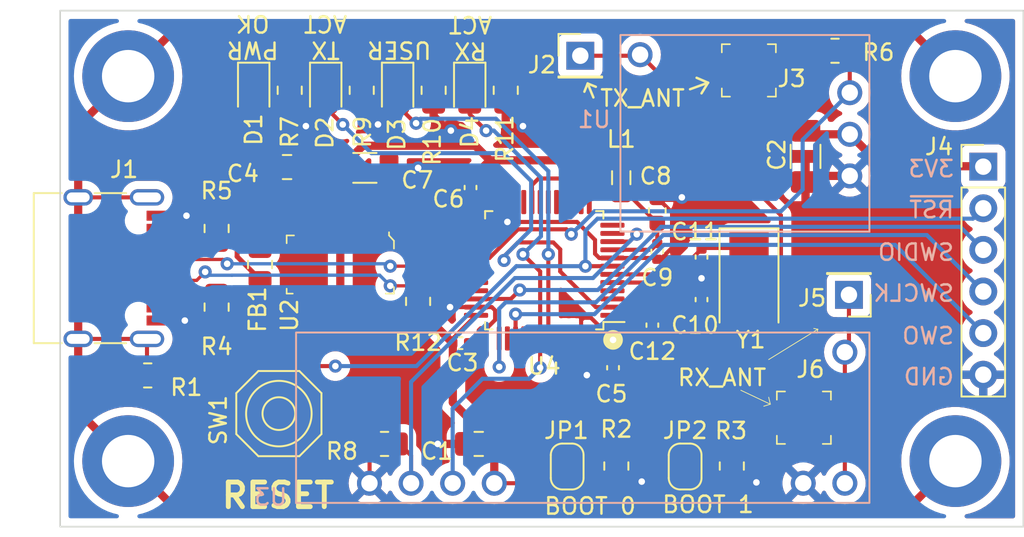
<source format=kicad_pcb>
(kicad_pcb (version 20211014) (generator pcbnew)
  (layers (0 "F.Cu" signal) (31 "B.Cu" signal) (34 "B.Paste" user) (35 "F.Paste" user) (36 "B.SilkS" user "B.Silkscreen") (37 "F.SilkS" user "F.Silkscreen") (38 "B.Mask" user) (39 "F.Mask" user) (44 "Edge.Cuts" user))
  (net 0 "")
  (net 1 "GND")
  (net 2 "+3V3")
  (net 3 "Net-(C4-Pad2)")
  (net 4 "+3.3VADC")
  (net 5 "Net-(C10-Pad2)")
  (net 6 "Net-(C11-Pad2)")
  (net 7 "Net-(D1-Pad1)")
  (net 8 "Net-(D2-Pad1)")
  (net 9 "LED")
  (net 10 "Net-(D3-Pad1)")
  (net 11 "LED2")
  (net 12 "Net-(D4-Pad1)")
  (net 13 "RX_EN")
  (net 14 "+5V")
  (net 15 "Net-(J1-PadA5)")
  (net 16 "USB_D+")
  (net 17 "USB_D-")
  (net 19 "Net-(J1-PadB5)")
  (net 21 "Earth_Protective")
  (net 22 "Net-(J2-Pad1)")
  (net 23 "NRST")
  (net 24 "SWDIO")
  (net 25 "SWCLK")
  (net 26 "SWO")
  (net 27 "Net-(J5-Pad1)")
  (net 28 "BOOT0")
  (net 29 "BOOT1")
  (net 30 "TXD")
  (net 31 "RXD")
  (net 32 "PC14")
  (net 33 "PC15")
  (net 34 "PA01")
  (net 35 "PA02")
  (net 36 "PA03")
  (net 37 "PA04")
  (net 38 "PA05")
  (net 39 "PA06")
  (net 40 "PA07")
  (net 41 "PB00")
  (net 42 "PB01")
  (net 43 "PB10")
  (net 44 "PB11")
  (net 45 "PB12")
  (net 46 "PB13")
  (net 47 "PB14")
  (net 48 "PB15")
  (net 49 "PA09")
  (net 50 "PA10")
  (net 51 "PA15")
  (net 52 "PB04")
  (net 53 "PB05")
  (net 54 "PB08")
  (net 55 "PB09")
  (footprint "LED_SMD:LED_0805_2012Metric" (layer "F.Cu") (at 85.7 93.2625 -90)
    (fp_text reference "D3")
    (fp_text value "DEBUG")
  )
  (footprint "Capacitor_SMD:C_0805_2012Metric" (layer "F.Cu") (at 90.65 114.85)
    (fp_text reference "C1")
    (fp_text value "10uF")
  )
  (footprint "Capacitor_SMD:C_0805_2012Metric" (layer "F.Cu") (at 78.95 97.95)
    (fp_text reference "C4")
    (fp_text value "10uF")
  )
  (footprint "MountingHole:MountingHole_3.2mm_M3_DIN965_Pad_TopBottom" (layer "F.Cu") (at 119.75 115.9)
    (fp_text reference "M3")
    (fp_text value "Mount")
  )
  (footprint "Connector_PinHeader_2.54mm:PinHeader_1x06_P2.54mm_Vertical" (layer "F.Cu") (at 121.45 97.92625)
    (fp_text reference "J4")
    (fp_text value "DEBUG")
  )
  (footprint "MountingHole:MountingHole_3.2mm_M3_DIN965_Pad_TopBottom" (layer "F.Cu") (at 119.75 92.4)
    (fp_text reference "M3")
    (fp_text value "Mount")
  )
  (footprint "Resistor_SMD:R_0805_2012Metric" (layer "F.Cu") (at 87.897886 93.2625 -90)
    (fp_text reference "R10")
    (fp_text value "1k5")
  )
  (footprint "Resistor_SMD:R_0805_2012Metric" (layer "F.Cu") (at 77.3 103.9 90)
    (fp_text reference "FB1")
    (fp_text value "FerriteBead")
  )
  (footprint "Capacitor_SMD:C_0402_1005Metric" (layer "F.Cu") (at 98.85 110.2 -90)
    (fp_text reference "C5")
    (fp_text value "100nF")
  )
  (footprint "Capacitor_SMD:C_0402_1005Metric" (layer "F.Cu") (at 89.55 108.7 180)
    (fp_text reference "C3")
    (fp_text value "100nF")
  )
  (footprint "Resistor_SMD:R_0805_2012Metric" (layer "F.Cu") (at 86.95 106.15 -90)
    (fp_text reference "R12")
    (fp_text value "1k5")
  )
  (footprint "MountingHole:MountingHole_3.2mm_M3_DIN965_Pad_TopBottom" (layer "F.Cu") (at 69.25 115.9)
    (fp_text reference "M3")
    (fp_text value "Mount")
  )
  (footprint "Jumper:SolderJumper-2_P1.3mm_Open_RoundedPad1.0x1.5mm" (layer "F.Cu") (at 96.05 116.23 -90)
    (fp_text reference "JP1")
    (fp_text value "BOOT0")
  )
  (footprint "Capacitor_SMD:C_0402_1005Metric" (layer "F.Cu") (at 104.25 103.44 90)
    (fp_text reference "C11")
    (fp_text value "30p")
  )
  (footprint "Connector_PinHeader_2.54mm:PinHeader_1x01_P2.54mm_Vertical" (layer "F.Cu") (at 113.25 105.75 180)
    (fp_text reference "J5")
    (fp_text value "RX_ANT_EXT")
  )
  (footprint "Capacitor_SMD:C_1206_3216Metric_Pad1.33x1.80mm_HandSolder" (layer "F.Cu") (at 110.6 97.3 -90)
    (fp_text reference "C2")
    (fp_text value "100u")
  )
  (footprint "Connector_USB:USB_C_Receptacle_G-Switch_GT-USB-7010ASV" (layer "F.Cu") (at 67.275 104.12 -90)
    (fp_text reference "J1")
    (fp_text value "USB-C")
  )
  (footprint "Package_QFP:LQFP-48_7x7mm_P0.5mm" (layer "F.Cu") (at 94.65 104.25 180)
    (fp_text reference "U4")
    (fp_text value "STM32F103C8Tx")
  )
  (footprint "Resistor_SMD:R_0805_2012Metric" (layer "F.Cu") (at 99.05 116.2 90)
    (fp_text reference "R2")
    (fp_text value "10k")
  )
  (footprint "LED_SMD:LED_0805_2012Metric" (layer "F.Cu") (at 90.102114 93.2625 -90)
    (fp_text reference "D4")
    (fp_text value "RED")
  )
  (footprint "Resistor_SMD:R_0805_2012Metric" (layer "F.Cu") (at 70.445 110.67)
    (fp_text reference "R1")
    (fp_text value "1M")
  )
  (footprint "Resistor_SMD:R_0805_2012Metric" (layer "F.Cu") (at 79.112684 93.2625 -90)
    (fp_text reference "R7")
    (fp_text value "1k5")
  )
  (footprint "Resistor_SMD:R_0805_2012Metric" (layer "F.Cu") (at 112.4 90.85 180)
    (fp_text reference "R6")
    (fp_text value "10k")
  )
  (footprint "Resistor_SMD:R_0805_2012Metric" (layer "F.Cu") (at 74.65 101.7 90)
    (fp_text reference "R5")
    (fp_text value "5k1")
  )
  (footprint "digikey-footprints:SOT-223" (layer "F.Cu") (at 82.2 103.9 180)
    (fp_text reference "U2")
    (fp_text value "AZ1117CH-3.3TRG1")
  )
  (footprint "Capacitor_SMD:C_0402_1005Metric" (layer "F.Cu") (at 90.15 99.2 90)
    (fp_text reference "C6")
    (fp_text value "100nF")
  )
  (footprint "Resistor_SMD:R_0805_2012Metric" (layer "F.Cu") (at 83.508456 93.2625 -90)
    (fp_text reference "R9")
    (fp_text value "1k5")
  )
  (footprint "Capacitor_SMD:C_0402_1005Metric" (layer "F.Cu") (at 104.25 106.04 -90)
    (fp_text reference "C10")
    (fp_text value "30p")
  )
  (footprint "Resistor_SMD:R_0805_2012Metric" (layer "F.Cu") (at 84.9 114.85 180)
    (fp_text reference "R8")
    (fp_text value "10k")
  )
  (footprint "Capacitor_SMD:C_0402_1005Metric" (layer "F.Cu") (at 101.25 107.6 90)
    (fp_text reference "C12")
    (fp_text value "100nF")
  )
  (footprint "Capacitor_SMD:C_0603_1608Metric" (layer "F.Cu") (at 101.55 100.6 -90)
    (fp_text reference "C8")
    (fp_text value "1uF")
  )
  (footprint "User_Custom:SW_Push_1P1T_W6.8mm_H4.6mm" (layer "F.Cu") (at 78.45 113 -90)
    (fp_text reference "SW1")
    (fp_text value "RESET")
  )
  (footprint "Crystal:Crystal_SMD_5032-2Pin_5.0x3.2mm" (layer "F.Cu") (at 107.15 104.74 -90)
    (fp_text reference "Y1")
    (fp_text value "8M, 20pF")
  )
  (footprint "Resistor_SMD:R_0805_2012Metric" (layer "F.Cu") (at 106.1 116.2 -90)
    (fp_text reference "R3")
    (fp_text value "10k")
  )
  (footprint "Resistor_SMD:R_0805_2012Metric" (layer "F.Cu") (at 74.65 106.5 -90)
    (fp_text reference "R4")
    (fp_text value "5k1")
  )
  (footprint "Resistor_SMD:R_0805_2012Metric" (layer "F.Cu") (at 92.3 93.2625 -90)
    (fp_text reference "R11")
    (fp_text value "1k5")
  )
  (footprint "Inductor_SMD:L_0805_2012Metric" (layer "F.Cu") (at 99.35 98.6 -90)
    (fp_text reference "L1")
    (fp_text value "27uH")
  )
  (footprint "LED_SMD:LED_0805_2012Metric" (layer "F.Cu") (at 76.914798 93.2625 -90)
    (fp_text reference "D1")
    (fp_text value "PWR_OK")
  )
  (footprint "digikey-footprints:Coax_Conn_U.FL" (layer "F.Cu") (at 107.14 92.05 -90)
    (fp_text reference "J3")
    (fp_text value "TX_U.FL")
  )
  (footprint "Connector_PinHeader_2.54mm:PinHeader_1x01_P2.54mm_Vertical" (layer "F.Cu") (at 96.85 91.155)
    (fp_text reference "J2")
    (fp_text value "TX_ANT_EXT")
  )
  (footprint "Capacitor_SMD:C_1206_3216Metric" (layer "F.Cu") (at 83.7 98 180)
    (fp_text reference "C7")
    (fp_text value "22uF")
  )
  (footprint "LED_SMD:LED_0805_2012Metric" (layer "F.Cu") (at 81.31057 93.2625 -90)
    (fp_text reference "D2")
    (fp_text value "BLUE")
  )
  (footprint "digikey-footprints:Coax_Conn_U.FL" (layer "F.Cu") (at 110.5 113.25 90)
    (fp_text reference "J6")
    (fp_text value "RX_U.FL")
  )
  (footprint "Jumper:SolderJumper-2_P1.3mm_Open_RoundedPad1.0x1.5mm" (layer "F.Cu") (at 103.25 116.23 -90)
    (fp_text reference "JP2")
    (fp_text value "BOOT1")
  )
  (footprint "MountingHole:MountingHole_3.2mm_M3_DIN965_Pad_TopBottom" (layer "F.Cu") (at 69.25 92.4)
    (fp_text reference "M3")
    (fp_text value "Mount")
  )
  (footprint "Capacitor_SMD:C_0402_1005Metric" (layer "F.Cu") (at 101.55 103.1 90)
    (fp_text reference "C9")
    (fp_text value "100nF")
  )
  (footprint "User_Custom:SRX882-THT" (layer "B.Cu") (at 79.5 118.45 180)
    (fp_text reference "U3")
    (fp_text value "SRX882S")
  )
  (footprint "User_Custom:STX882-THT" (layer "B.Cu") (at 114.5 101.89 -90)
    (fp_text reference "U1")
    (fp_text value locked "STX882S")
  )
  (gr_line (start 111.1 107.8) (end 111.35 107.85) (layer "F.SilkS") (width 0.05))
  (gr_line (start 111.35 107.85) (end 108.35 109.7) (layer "F.SilkS") (width 0.05))
  (gr_line (start 111.3 108.1) (end 111.35 107.85) (layer "F.SilkS") (width 0.05))
  (gr_line (start 104.65 92.8) (end 104.25 93.45) (layer "F.SilkS") (width 0.15))
  (gr_line (start 108.05 112.55) (end 108.45 112.425) (layer "F.SilkS") (width 0.05))
  (gr_line (start 108.45 112.425) (end 106.65 111.575) (layer "F.SilkS") (width 0.05))
  (gr_line (start 104.65 92.8) (end 103.95 92.5) (layer "F.SilkS") (width 0.15))
  (gr_line (start 97.3 92.85) (end 97.8 93.05) (layer "F.SilkS") (width 0.15))
  (gr_line (start 97.3 92.85) (end 97.1 93.35) (layer "F.SilkS") (width 0.15))
  (gr_circle (center 98.85 108.5) (end 99.35 108.5) (layer "F.SilkS") (width 0.2) (fill solid))
  (gr_line (start 97.65 93.7) (end 97.3 92.85) (layer "F.SilkS") (width 0.15))
  (gr_line (start 108.45 112.425) (end 108.35 112) (layer "F.SilkS") (width 0.05))
  (gr_line (start 103.55 93.2) (end 104.65 92.8) (layer "F.SilkS") (width 0.15))
  (gr_rect (start 65.1 88.4) (end 123.9 119.9) (layer "Edge.Cuts") (width 0.1) (fill none))
  (gr_text "SWO" (at 118.080952 108.25625) (layer "B.SilkS") (effects (font (size 1 1)) (justify mirror)))
  (gr_text "3V3" (at 118.271428 98.05625) (layer "B.SilkS") (effects (font (size 1 1)) (justify mirror)))
  (gr_text "SWCLK" (at 117.2 105.65625) (layer "B.SilkS") (effects (font (size 1 1)) (justify mirror)))
  (gr_text "GND" (at 118.128571 110.75625) (layer "B.SilkS") (effects (font (size 1 1)) (justify mirror)))
  (gr_text "SWDIO" (at 117.342857 103.15625) (layer "B.SilkS") (effects (font (size 1 1)) (justify mirror)))
  (gr_text "~{RST}" (at 118.295238 100.55625) (layer "B.SilkS") (effects (font (size 1 1)) (justify mirror)))
  (gr_text "RESET" (at 78.4 118) (layer "F.SilkS") (effects (font (size 1.5 1.5) (thickness 0.3))))
  (gr_text "RX_ANT" (at 105.5 110.8) (layer "F.SilkS") (effects (font (size 1 1))))
  (gr_text "BOOT 1" (at 104.65 118.55) (layer "F.SilkS") (effects (font (size 1 1))))
  (gr_text "PWR\nOK" (at 76.85 90 180) (layer "F.SilkS") (effects (font (size 1 1))))
  (gr_text "TX\nACT" (at 81.3 90 180) (layer "F.SilkS") (effects (font (size 1 1))))
  (gr_text "TX_ANT" (at 100.65 93.75) (layer "F.SilkS") (effects (font (size 1 1))))
  (gr_text "RX\nACT" (at 90.15 90.05 180) (layer "F.SilkS") (effects (font (size 1 1))))
  (gr_text "BOOT 0" (at 97.45 118.65) (layer "F.SilkS") (effects (font (size 1 1))))
  (gr_text "USER" (at 85.8 90.8 180) (layer "F.SilkS") (effects (font (size 1 1))))
  (segment (start 110.6 98.8625) (end 110.9725 98.49) (width 0.5) (layer "F.Cu") (net 1))
  (segment (start 98.009315 103.5) (end 98.8125 103.5) (width 0.25) (layer "F.Cu") (net 1))
  (segment (start 100.5625 117.1125) (end 100.6 117.15) (width 0.25) (layer "F.Cu") (net 1))
  (segment (start 88.15 114.85) (end 89.7 114.85) (width 0.25) (layer "F.Cu") (net 1))
  (segment locked (start 74.5175 100.92) (end 74.65 100.7875) (width 0.3) (layer "F.Cu") (net 1))
  (segment locked (start 71 100.92) (end 72.81 100.92) (width 0.3) (layer "F.Cu") (net 1))
  (segment (start 79.112684 94.462684) (end 79.112684 94.175) (width 0.25) (layer "F.Cu") (net 1))
  (segment locked (start 74.5575 107.32) (end 74.65 107.4125) (width 0.25) (layer "F.Cu") (net 1))
  (segment (start 84.5 100.75) (end 84.5 98.675) (width 0.5) (layer "F.Cu") (net 1))
  (segment (start 91.45 106.5) (end 90.4875 106.5) (width 0.25) (layer "F.Cu") (net 1))
  (segment locked (start 83.9875 117.2425) (end 83.98 117.25) (width 0.25) (layer "F.Cu") (net 1))
  (segment (start 96.9 107.3) (end 96.9 108.4125) (width 0.25) (layer "F.Cu") (net 1))
  (segment locked (start 72.81 100.92) (end 74.5175 100.92) (width 0.3) (layer "F.Cu") (net 1))
  (segment (start 110.9725 98.49) (end 113.3 98.49) (width 0.5) (layer "F.Cu") (net 1))
  (segment locked (start 83.9875 114.85) (end 83.9875 117.2425) (width 0.25) (layer "F.Cu") (net 1))
  (segment (start 98.85 108.5) (end 99.27 108.08) (width 0.25) (layer "F.Cu") (net 1))
  (segment (start 98.85 108.5) (end 98.85 109.72) (width 0.25) (layer "F.Cu") (net 1))
  (segment locked (start 72.71 107.32) (end 71 107.32) (width 0.3) (layer "F.Cu") (net 1))
  (segment (start 92.4 101.3) (end 92.4 100.0875) (width 0.25) (layer "F.Cu") (net 1))
  (segment (start 91.75 101.3) (end 90.15 99.7) (width 0.25) (layer "F.Cu") (net 1))
  (segment (start 98.85 108.5) (end 97.5 107.15) (width 0.25) (layer "F.Cu") (net 1))
  (segment (start 97.75 103.240685) (end 98.009315 103.5) (width 0.25) (layer "F.Cu") (net 1))
  (segment (start 103.05 99.8) (end 103.025 99.825) (width 0.25) (layer "F.Cu") (net 1))
  (segment (start 92.3 94.4) (end 92.3 94.175) (width 0.25) (layer "F.Cu") (net 1))
  (segment (start 101.47 103.5) (end 101.55 103.58) (width 0.25) (layer "F.Cu") (net 1))
  (segment (start 102.45 100.725) (end 101.55 99.825) (width 0.25) (layer "F.Cu") (net 1))
  (segment (start 92.4 101.3) (end 91.75 101.3) (width 0.25) (layer "F.Cu") (net 1))
  (segment (start 97.05 107.15) (end 96.9 107.3) (width 0.25) (layer "F.Cu") (net 1))
  (segment (start 99.05 117.1125) (end 100.5625 117.1125) (width 0.25) (layer "F.Cu") (net 1))
  (segment (start 88.95 95.7245) (end 87.897886 94.672386) (width 0.25) (layer "F.Cu") (net 1))
  (segment (start 104.25 104.74) (end 104.25 105.66) (width 0.25) (layer "F.Cu") (net 1))
  (segment (start 97.5 107.15) (end 97.05 107.15) (width 0.25) (layer "F.Cu") (net 1))
  (segment (start 86.95 98) (end 85.175 98) (width 0.5) (layer "F.Cu") (net 1))
  (segment (start 99.27 108.08) (end 101.25 108.08) (width 0.25) (layer "F.Cu") (net 1))
  (segment (start 107.6 117.2) (end 106.1875 117.2) (width 0.25) (layer "F.Cu") (net 1))
  (segment (start 91.65 107.279657) (end 91.65 106.7) (width 0.25) (layer "F.Cu") (net 1))
  (segment locked (start 72.71 109.3175) (end 71.3575 110.67) (width 0.25) (layer "F.Cu") (net 1))
  (segment (start 101.745 103.58) (end 102.45 102.875) (width 0.25) (layer "F.Cu") (net 1))
  (segment (start 90.03 108.7) (end 90.229657 108.7) (width 0.25) (layer "F.Cu") (net 1))
  (segment (start 84.5 95.35) (end 83.508456 94.358456) (width 0.25) (layer "F.Cu") (net 1))
  (segment (start 98.8125 103.5) (end 101.47 103.5) (width 0.25) (layer "F.Cu") (net 1))
  (segment (start 92.4 101.3) (end 96.65 101.3) (width 0.25) (layer "F.Cu") (net 1))
  (segment (start 80.1 95.45) (end 79.112684 94.462684) (width 0.25) (layer "F.Cu") (net 1))
  (segment (start 84.5 98.675) (end 85.175 98) (width 0.5) (layer "F.Cu") (net 1))
  (segment (start 106.1875 117.2) (end 106.1 117.1125) (width 0.25) (layer "F.Cu") (net 1))
  (segment (start 93.35 95.45) (end 92.3 94.4) (width 0.25) (layer "F.Cu") (net 1))
  (segment locked (start 72.71 107.32) (end 74.5575 107.32) (width 0.25) (layer "F.Cu") (net 1))
  (segment locked (start 72.71 107.32) (end 72.71 109.3175) (width 0.25) (layer "F.Cu") (net 1))
  (segment (start 87.897886 94.672386) (end 87.897886 94.175) (width 0.25) (layer "F.Cu") (net 1))
  (segment (start 110.5 117.21) (end 110.46 117.25) (width 0.25) (layer "F.Cu") (net 1))
  (segment (start 83.508456 94.358456) (end 83.508456 94.175) (width 0.25) (layer "F.Cu") (net 1))
  (segment (start 104.25 103.87) (end 104.25 104.74) (width 0.25) (layer "F.Cu") (net 1))
  (segment (start 103.025 99.825) (end 101.55 99.825) (width 0.25) (layer "F.Cu") (net 1))
  (segment (start 97.75 102.4) (end 97.75 103.240685) (width 0.25) (layer "F.Cu") (net 1))
  (segment (start 88.9 106.5) (end 90.4875 106.5) (width 0.25) (layer "F.Cu") (net 1))
  (segment (start 90.15 99.7) (end 90.15 99.68) (width 0.25) (layer "F.Cu") (net 1))
  (segment (start 102.45 102.875) (end 102.45 100.725) (width 0.25) (layer "F.Cu") (net 1))
  (segment (start 91.65 106.7) (end 91.45 106.5) (width 0.25) (layer "F.Cu") (net 1))
  (segment (start 90.229657 108.7) (end 91.65 107.279657) (width 0.25) (layer "F.Cu") (net 1))
  (segment (start 96.65 101.3) (end 97.75 102.4) (width 0.25) (layer "F.Cu") (net 1))
  (segment (start 101.55 103.58) (end 101.745 103.58) (width 0.25) (layer "F.Cu") (net 1))
  (via (at 104.25 104.74) (size 0.8) (drill 0.4) (layers "F.Cu" "B.Cu") (net 1))
  (via (at 86.95 98) (size 0.8) (drill 0.4) (layers "F.Cu" "B.Cu") (net 1))
  (via (at 88.15 114.85) (size 0.8) (drill 0.4) (layers "F.Cu" "B.Cu") (net 1))
  (via (at 100.6 117.15) (size 0.8) (drill 0.4) (layers "F.Cu" "B.Cu") (net 1))
  (via (at 88.9 106.5) (size 0.8) (drill 0.4) (layers "F.Cu" "B.Cu") (net 1))
  (via (at 93.35 95.45) (size 0.8) (drill 0.4) (layers "F.Cu" "B.Cu") (net 1))
  (via locked (at 72.81 100.92) (size 0.8) (drill 0.4) (layers "F.Cu" "B.Cu") (net 1))
  (via (at 107.6 117.2) (size 0.8) (drill 0.4) (layers "F.Cu" "B.Cu") (net 1))
  (via locked (at 72.71 107.32) (size 0.8) (drill 0.4) (layers "F.Cu" "B.Cu") (net 1))
  (via (at 80.1 95.45) (size 0.8) (drill 0.4) (layers "F.Cu" "B.Cu") (net 1))
  (via (at 88.95 95.7245) (size 0.8) (drill 0.4) (layers "F.Cu" "B.Cu") (net 1))
  (via (at 103.05 99.8) (size 0.8) (drill 0.4) (layers "F.Cu" "B.Cu") (net 1))
  (via (at 97.25 110.65) (size 0.8) (drill 0.4) (layers "F.Cu" "B.Cu") (net 1))
  (via (at 84.5 95.35) (size 0.8) (drill 0.4) (layers "F.Cu" "B.Cu") (net 1))
  (via (at 98.85 108.5) (size 0.8) (drill 0.4) (layers "F.Cu" "B.Cu") (net 1))
  (via (at 92.4 101.3) (size 0.8) (drill 0.4) (layers "F.Cu" "B.Cu") (net 1))
  (segment (start 101.257609 107.12) (end 101.25 107.12) (width 0.25) (layer "F.Cu") (net 2))
  (segment (start 89.07 108.7) (end 89.07 112.32) (width 0.5) (layer "F.Cu") (net 2))
  (segment (start 83.575 96.65) (end 90.445 96.65) (width 0.5) (layer "F.Cu") (net 2))
  (segment (start 96.05 116.88) (end 97.37 116.88) (width 0.25) (layer "F.Cu") (net 2))
  (segment (start 90.445 96.65) (end 91.3325 97.5375) (width 0.5) (layer "F.Cu") (net 2))
  (segment (start 98.85 110.68) (end 99.72 110.68) (width 0.25) (layer "F.Cu") (net 2))
  (segment (start 82.2 100.75) (end 82.2 98.025) (width 0.5) (layer "F.Cu") (net 2))
  (segment (start 91.6 117.25) (end 95.68 117.25) (width 0.25) (layer "F.Cu") (net 2))
  (segment (start 101.05 116.25) (end 101.68 116.88) (width 0.25) (layer "F.Cu") (net 2))
  (segment (start 89.07 108.7) (end 89.07 108.4175) (width 0.25) (layer "F.Cu") (net 2))
  (segment (start 76.914798 94.2) (end 76.914798 94.577419) (width 0.25) (layer "F.Cu") (net 2))
  (segment (start 97.37 116.88) (end 98 116.25) (width 0.25) (layer "F.Cu") (net 2))
  (segment (start 99.72 110.68) (end 101.885 108.515) (width 0.25) (layer "F.Cu") (net 2))
  (segment (start 82.225 98) (end 83.575 96.65) (width 0.5) (layer "F.Cu") (net 2))
  (segment (start 82.2 98.025) (end 82.225 98) (width 0.5) (layer "F.Cu") (net 2))
  (segment locked (start 110.8125 95.95) (end 110.6 95.7375) (width 0.5) (layer "F.Cu") (net 2))
  (segment (start 110.6 95.7375) (end 101.15 95.7375) (width 0.5) (layer "F.Cu") (net 2))
  (segment (start 98.85 110.68) (end 99.73 110.68) (width 0.25) (layer "F.Cu") (net 2))
  (segment (start 82.2 107.05) (end 82.2 100.75) (width 0.5) (layer "F.Cu") (net 2))
  (segment (start 76.914798 94.577419) (end 79.087379 96.75) (width 0.25) (layer "F.Cu") (net 2))
  (segment (start 95.68 117.25) (end 96.05 116.88) (width 0.25) (layer "F.Cu") (net 2))
  (segment (start 79.087379 96.75) (end 80.975 96.75) (width 0.25) (layer "F.Cu") (net 2))
  (segment (start 91.3325 97.5375) (end 90.15 98.72) (width 0.5) (layer "F.Cu") (net 2))
  (segment (start 115.25 97.9) (end 113.3 95.95) (width 0.5) (layer "F.Cu") (net 2))
  (segment (start 101.68 116.88) (end 103.25 116.88) (width 0.25) (layer "F.Cu") (net 2))
  (segment (start 90.5325 98.72) (end 91.9 100.0875) (width 0.25) (layer "F.Cu") (net 2))
  (segment (start 99.73 110.68) (end 101.05 112) (width 0.25) (layer "F.Cu") (net 2))
  (segment (start 98.8125 107) (end 101.13 107) (width 0.25) (layer "F.Cu") (net 2))
  (segment (start 101.885 108.515) (end 101.885 107.747391) (width 0.25) (layer "F.Cu") (net 2))
  (segment (start 99.35 97.5375) (end 91.3325 97.5375) (width 0.5) (layer "F.Cu") (net 2))
  (segment (start 98.842391 110.68) (end 98.85 110.68) (width 0.25) (layer "F.Cu") (net 2))
  (segment (start 90.15 98.72) (end 90.5325 98.72) (width 0.25) (layer "F.Cu") (net 2))
  (segment (start 82.2 107.05) (end 87.42 107.05) (width 0.5) (layer "F.Cu") (net 2))
  (segment locked (start 91.6 114.85) (end 91.6 117.25) (width 0.5) (layer "F.Cu") (net 2))
  (segment (start 101.13 107) (end 101.25 107.12) (width 0.25) (layer "F.Cu") (net 2))
  (segment (start 80.975 96.75) (end 82.225 98) (width 0.25) (layer "F.Cu") (net 2))
  (segment (start 121.42375 97.9) (end 115.25 97.9) (width 0.5) (layer "F.Cu") (net 2))
  (segment (start 101.885 107.747391) (end 101.257609 107.12) (width 0.25) (layer "F.Cu") (net 2))
  (segment (start 121.45 97.92625) (end 121.42375 97.9) (width 0.5) (layer "F.Cu") (net 2))
  (segment (start 87.42 107.05) (end 89.07 108.7) (width 0.5) (layer "F.Cu") (net 2))
  (segment (start 89.07 108.4175) (end 90.4875 107) (width 0.25) (layer "F.Cu") (net 2))
  (segment (start 98 116.25) (end 101.05 116.25) (width 0.25) (layer "F.Cu") (net 2))
  (segment (start 101.15 95.7375) (end 99.35 97.5375) (width 0.5) (layer "F.Cu") (net 2))
  (segment (start 101.05 112) (end 101.05 116.25) (width 0.25) (layer "F.Cu") (net 2))
  (segment (start 97.4 109.237609) (end 98.842391 110.68) (width 0.25) (layer "F.Cu") (net 2))
  (segment (start 97.4 108.4125) (end 97.4 109.237609) (width 0.25) (layer "F.Cu") (net 2))
  (segment locked (start 113.3 95.95) (end 110.8125 95.95) (width 0.5) (layer "F.Cu") (net 2))
  (segment (start 89.07 112.32) (end 91.6 114.85) (width 0.5) (layer "F.Cu") (net 2))
  (segment (start 78.05 100.75) (end 77.3 101.5) (width 0.5) (layer "F.Cu") (net 3))
  (segment (start 79.9 100.75) (end 78.05 100.75) (width 0.5) (layer "F.Cu") (net 3))
  (segment locked (start 77.3 101.5) (end 77.3 102.9875) (width 0.5) (layer "F.Cu") (net 3))
  (segment (start 79.9 100.75) (end 79.9 97.95) (width 0.5) (layer "F.Cu") (net 3))
  (segment (start 98.8125 103) (end 101.17 103) (width 0.25) (layer "F.Cu") (net 4))
  (segment (start 101.17 103) (end 101.55 102.62) (width 0.25) (layer "F.Cu") (net 4))
  (segment (start 99.35 99.6625) (end 99.8375 99.6625) (width 0.25) (layer "F.Cu") (net 4))
  (segment (start 99.8375 99.6625) (end 101.55 101.375) (width 0.25) (layer "F.Cu") (net 4))
  (segment (start 101.55 102.62) (end 101.55 101.375) (width 0.25) (layer "F.Cu") (net 4))
  (segment (start 104.25 106.52) (end 104.32 106.59) (width 0.25) (layer "F.Cu") (net 5))
  (segment (start 104.242391 106.52) (end 104.25 106.52) (width 0.25) (layer "F.Cu") (net 5))
  (segment (start 98.8125 105) (end 102.722391 105) (width 0.25) (layer "F.Cu") (net 5))
  (segment (start 104.32 106.59) (end 107.15 106.59) (width 0.25) (layer "F.Cu") (net 5))
  (segment (start 102.722391 105) (end 104.242391 106.52) (width 0.25) (layer "F.Cu") (net 5))
  (segment (start 102.702391 104.5) (end 104.242391 102.96) (width 0.25) (layer "F.Cu") (net 6))
  (segment (start 98.8125 104.5) (end 102.702391 104.5) (width 0.25) (layer "F.Cu") (net 6))
  (segment (start 104.242391 102.96) (end 104.25 102.96) (width 0.25) (layer "F.Cu") (net 6))
  (segment (start 104.32 102.89) (end 107.15 102.89) (width 0.25) (layer "F.Cu") (net 6))
  (segment (start 104.25 102.96) (end 104.32 102.89) (width 0.25) (layer "F.Cu") (net 6))
  (segment (start 79.087684 92.325) (end 79.112684 92.35) (width 0.25) (layer "F.Cu") (net 7))
  (segment (start 76.914798 92.325) (end 79.087684 92.325) (width 0.25) (layer "F.Cu") (net 7))
  (segment (start 81.31057 92.325) (end 83.483456 92.325) (width 0.25) (layer "F.Cu") (net 8))
  (segment (start 83.483456 92.325) (end 83.508456 92.35) (width 0.25) (layer "F.Cu") (net 8))
  (segment (start 93.049695 102.5505) (end 95.200305 102.5505) (width 0.25) (layer "F.Cu") (net 9))
  (segment (start 81.31057 94.2) (end 81.31057 94.31057) (width 0.25) (layer "F.Cu") (net 9))
  (segment (start 95.200305 102.5505) (end 95.625 102.975195) (width 0.25) (layer "F.Cu") (net 9))
  (segment (start 95.625 104.325) (end 97.8 106.5) (width 0.25) (layer "F.Cu") (net 9))
  (segment (start 97.8 106.5) (end 98.8125 106.5) (width 0.25) (layer "F.Cu") (net 9))
  (segment (start 92.2 103.65) (end 92.2 103.400195) (width 0.25) (layer "F.Cu") (net 9))
  (segment (start 81.31057 94.31057) (end 82.35 95.35) (width 0.25) (layer "F.Cu") (net 9))
  (segment (start 95.625 102.975195) (end 95.625 104.325) (width 0.25) (layer "F.Cu") (net 9))
  (segment (start 92.2 103.400195) (end 93.049695 102.5505) (width 0.25) (layer "F.Cu") (net 9))
  (via (at 92.2 103.65) (size 0.8) (drill 0.4) (layers "F.Cu" "B.Cu") (net 9))
  (via (at 82.35 95.35) (size 0.8) (drill 0.4) (layers "F.Cu" "B.Cu") (net 9))
  (segment (start 92.15 97.1) (end 93.85 98.8) (width 0.25) (layer "B.Cu") (net 9))
  (segment (start 82.35 95.35) (end 84.1 97.1) (width 0.25) (layer "B.Cu") (net 9))
  (segment (start 92.2 103.400195) (end 92.2 103.65) (width 0.25) (layer "B.Cu") (net 9))
  (segment (start 93.85 98.8) (end 93.85 101.750195) (width 0.25) (layer "B.Cu") (net 9))
  (segment (start 93.85 101.750195) (end 92.2 103.400195) (width 0.25) (layer "B.Cu") (net 9))
  (segment (start 84.1 97.1) (end 92.15 97.1) (width 0.25) (layer "B.Cu") (net 9))
  (segment (start 87.872886 92.325) (end 87.897886 92.35) (width 0.25) (layer "F.Cu") (net 10))
  (segment (start 85.7 92.325) (end 87.872886 92.325) (width 0.25) (layer "F.Cu") (net 10))
  (segment (start 86.775 95.275) (end 85.7 94.2) (width 0.25) (layer "F.Cu") (net 11))
  (segment (start 86.825 95.275) (end 86.775 95.275) (width 0.25) (layer "F.Cu") (net 11))
  (segment (start 94.9 103.2755) (end 94.9 108.4125) (width 0.25) (layer "F.Cu") (net 11))
  (via (at 94.9 103.2755) (size 0.8) (drill 0.4) (layers "F.Cu" "B.Cu") (net 11))
  (via (at 86.825 95.275) (size 0.8) (drill 0.4) (layers "F.Cu" "B.Cu") (net 11))
  (segment (start 94.9 98.2) (end 94.9 103.2755) (width 0.25) (layer "B.Cu") (net 11))
  (segment (start 87.1 95) (end 91.7 95) (width 0.25) (layer "B.Cu") (net 11))
  (segment (start 91.7 95) (end 94.9 98.2) (width 0.25) (layer "B.Cu") (net 11))
  (segment (start 86.825 95.275) (end 87.1 95) (width 0.25) (layer "B.Cu") (net 11))
  (segment (start 90.102114 92.325) (end 92.275 92.325) (width 0.25) (layer "F.Cu") (net 12))
  (segment (start 92.275 92.325) (end 92.3 92.35) (width 0.25) (layer "F.Cu") (net 12))
  (segment (start 90.102114 94.2) (end 90.102114 94.726614) (width 0.25) (layer "F.Cu") (net 13))
  (segment (start 94.4 108.4125) (end 94.4 110.2) (width 0.25) (layer "F.Cu") (net 13))
  (segment (start 94.4 104.3255) (end 94.4 108.4125) (width 0.25) (layer "F.Cu") (net 13))
  (segment (start 90.102114 94.726614) (end 91.1 95.7245) (width 0.25) (layer "F.Cu") (net 13))
  (segment (start 93.35 103.2755) (end 94.4 104.3255) (width 0.25) (layer "F.Cu") (net 13))
  (via (at 94.4 110.2) (size 0.8) (drill 0.4) (layers "F.Cu" "B.Cu") (net 13))
  (via (at 91.1 95.7245) (size 0.8) (drill 0.4) (layers "F.Cu" "B.Cu") (net 13))
  (via (at 93.35 103.2755) (size 0.8) (drill 0.4) (layers "F.Cu" "B.Cu") (net 13))
  (segment (start 94.45 102.1755) (end 93.35 103.2755) (width 0.25) (layer "B.Cu") (net 13))
  (segment (start 90.875 110.875) (end 89.06 112.69) (width 0.25) (layer "B.Cu") (net 13))
  (segment (start 93.725 110.875) (end 90.875 110.875) (width 0.25) (layer "B.Cu") (net 13))
  (segment (start 94.45 98.6) (end 94.45 102.1755) (width 0.25) (layer "B.Cu") (net 13))
  (segment (start 89.06 112.69) (end 89.06 117.25) (width 0.25) (layer "B.Cu") (net 13))
  (segment (start 91.5745 95.7245) (end 94.45 98.6) (width 0.25) (layer "B.Cu") (net 13))
  (segment (start 91.1 95.7245) (end 91.5745 95.7245) (width 0.25) (layer "B.Cu") (net 13))
  (segment (start 94.4 110.2) (end 93.725 110.875) (width 0.25) (layer "B.Cu") (net 13))
  (segment locked (start 75.493528 101.72) (end 75.9 102.126472) (width 0.3) (layer "F.Cu") (net 14))
  (segment locked (start 75.9 103.4125) (end 77.3 104.8125) (width 0.3) (layer "F.Cu") (net 14))
  (segment locked (start 77.3 104.85) (end 77.3 104.8125) (width 0.3) (layer "F.Cu") (net 14))
  (segment locked (start 71 101.72) (end 75.493528 101.72) (width 0.3) (layer "F.Cu") (net 14))
  (segment locked (start 75.9 102.126472) (end 75.9 103.4125) (width 0.3) (layer "F.Cu") (net 14))
  (segment locked (start 71 106.52) (end 75.63 106.52) (width 0.3) (layer "F.Cu") (net 14))
  (segment locked (start 75.63 106.52) (end 77.3 104.85) (width 0.3) (layer "F.Cu") (net 14))
  (segment locked (start 74.3925 102.87) (end 74.65 102.6125) (width 0.25) (layer "F.Cu") (net 15))
  (segment locked (start 73.1225 102.87) (end 74.3925 102.87) (width 0.25) (layer "F.Cu") (net 15))
  (segment locked (start 71 102.87) (end 73.1225 102.87) (width 0.25) (layer "F.Cu") (net 15))
  (segment (start 70.13 104.87) (end 70.08 104.82) (width 0.2) (layer "F.Cu") (net 16))
  (segment (start 70.08 104.82) (end 70.08 104.09) (width 0.2) (layer "F.Cu") (net 16))
  (segment (start 90.4875 105.5) (end 87.2125 105.5) (width 0.2) (layer "F.Cu") (net 16))
  (segment (start 70.3 103.87) (end 71 103.87) (width 0.2) (layer "F.Cu") (net 16))
  (segment (start 73.43 104.87) (end 73.95 104.35) (width 0.2) (layer "F.Cu") (net 16))
  (segment (start 87.2125 105.5) (end 86.95 105.2375) (width 0.2) (layer "F.Cu") (net 16))
  (segment (start 71 104.87) (end 70.13 104.87) (width 0.2) (layer "F.Cu") (net 16))
  (segment (start 86.9125 105.2) (end 86.95 105.2375) (width 0.2) (layer "F.Cu") (net 16))
  (segment (start 70.08 104.09) (end 70.3 103.87) (width 0.2) (layer "F.Cu") (net 16))
  (segment (start 85.25 105.2) (end 86.9125 105.2) (width 0.2) (layer "F.Cu") (net 16))
  (segment (start 71 104.87) (end 73.43 104.87) (width 0.2) (layer "F.Cu") (net 16))
  (via (at 73.95 104.35) (size 0.8) (drill 0.4) (layers "F.Cu" "B.Cu") (net 16))
  (via (at 85.25 105.2) (size 0.8) (drill 0.4) (layers "F.Cu" "B.Cu") (net 16))
  (segment (start 75.584348 104.554085) (end 75.588433 104.55) (width 0.2) (layer "B.Cu") (net 16))
  (segment (start 73.95 104.35) (end 74.154085 104.554085) (width 0.2) (layer "B.Cu") (net 16))
  (segment (start 75.588433 104.55) (end 84.6 104.55) (width 0.2) (layer "B.Cu") (net 16))
  (segment (start 74.154085 104.554085) (end 75.584348 104.554085) (width 0.2) (layer "B.Cu") (net 16))
  (segment (start 84.6 104.55) (end 85.25 105.2) (width 0.2) (layer "B.Cu") (net 16))
  (segment (start 71.92 104.32) (end 71.92 103.59) (width 0.2) (layer "F.Cu") (net 17))
  (segment (start 71.7 103.37) (end 71 103.37) (width 0.2) (layer "F.Cu") (net 17))
  (segment (start 71 104.37) (end 71.87 104.37) (width 0.2) (layer "F.Cu") (net 17))
  (segment (start 71.92 103.59) (end 75.030313 103.59) (width 0.2) (layer "F.Cu") (net 17))
  (segment (start 75.030313 103.59) (end 75.294398 103.854085) (width 0.2) (layer "F.Cu") (net 17))
  (segment (start 90.4875 105) (end 89 105) (width 0.2) (layer "F.Cu") (net 17))
  (segment (start 71.87 104.37) (end 71.92 104.32) (width 0.2) (layer "F.Cu") (net 17))
  (segment (start 88 104) (end 85.25 104) (width 0.2) (layer "F.Cu") (net 17))
  (segment (start 71.92 103.59) (end 71.7 103.37) (width 0.2) (layer "F.Cu") (net 17))
  (segment (start 89 105) (end 88 104) (width 0.2) (layer "F.Cu") (net 17))
  (via (at 75.294398 103.854085) (size 0.8) (drill 0.4) (layers "F.Cu" "B.Cu") (net 17))
  (via (at 85.25 104) (size 0.8) (drill 0.4) (layers "F.Cu" "B.Cu") (net 17))
  (segment (start 85.104085 103.854085) (end 85.25 104) (width 0.2) (layer "B.Cu") (net 17))
  (segment (start 75.294398 103.854085) (end 85.104085 103.854085) (width 0.2) (layer "B.Cu") (net 17))
  (segment locked (start 71 105.87) (end 73.6225 105.87) (width 0.25) (layer "F.Cu") (net 19))
  (segment locked (start 74.3675 105.87) (end 74.65 105.5875) (width 0.25) (layer "F.Cu") (net 19))
  (segment locked (start 73.6225 105.87) (end 74.3675 105.87) (width 0.25) (layer "F.Cu") (net 19))
  (segment locked (start 70.4 108.44) (end 66.2 108.44) (width 0.25) (layer "F.Cu") (net 21))
  (segment locked (start 70.4 109.8025) (end 70.4 108.44) (width 0.25) (layer "F.Cu") (net 21))
  (segment (start 119.75 115.9) (end 119.75 115.91) (width 0.5) (layer "F.Cu") (net 21))
  (segment (start 116.77 89.35) (end 119.75 92.33) (width 0.5) (layer "F.Cu") (net 21))
  (segment locked (start 69.5325 110.67) (end 70.4 109.8025) (width 0.25) (layer "F.Cu") (net 21))
  (segment (start 72.415 119.075) (end 66.2 112.86) (width 0.5) (layer "F.Cu") (net 21))
  (segment (start 72.3 89.35) (end 116.77 89.35) (width 0.5) (layer "F.Cu") (net 21))
  (segment (start 66.2 95.45) (end 72.3 89.35) (width 0.5) (layer "F.Cu") (net 21))
  (segment (start 66.2 112.86) (end 66.2 108.44) (width 0.5) (layer "F.Cu") (net 21))
  (segment (start 119.75 115.91) (end 116.585 119.075) (width 0.5) (layer "F.Cu") (net 21))
  (segment (start 119.75 92.33) (end 119.75 92.4) (width 0.5) (layer "F.Cu") (net 21))
  (segment locked (start 66.2 99.8) (end 66.2 108.44) (width 0.5) (layer "F.Cu") (net 21))
  (segment (start 116.585 119.075) (end 72.415 119.075) (width 0.5) (layer "F.Cu") (net 21))
  (segment (start 66.2 99.8) (end 66.2 95.45) (width 0.5) (layer "F.Cu") (net 21))
  (segment locked (start 70.4 99.8) (end 66.2 99.8) (width 0.25) (layer "F.Cu") (net 21))
  (segment locked (start 101.46 92.05) (end 100.5 91.09) (width 0.25) (layer "F.Cu") (net 22))
  (segment locked (start 96.85 91.155) (end 100.435 91.155) (width 0.25) (layer "F.Cu") (net 22))
  (segment locked (start 105.64 92.05) (end 101.46 92.05) (width 0.25) (layer "F.Cu") (net 22))
  (segment locked (start 100.435 91.155) (end 100.5 91.09) (width 0.25) (layer "F.Cu") (net 22))
  (segment (start 81.9 110.1) (end 80.3 110.1) (width 0.25) (layer "F.Cu") (net 23))
  (segment (start 97.162701 104.0005) (end 97.162201 104) (width 0.25) (layer "F.Cu") (net 23))
  (segment (start 97.162201 104) (end 98.8125 104) (width 0.25) (layer "F.Cu") (net 23))
  (segment (start 80.3 115.9) (end 80.3 110.1) (width 0.25) (layer "F.Cu") (net 23))
  (via (at 97.162701 104.0005) (size 0.8) (drill 0.4) (layers "F.Cu" "B.Cu") (net 23))
  (via (at 81.9 110.1) (size 0.8) (drill 0.4) (layers "F.Cu" "B.Cu") (net 23))
  (segment (start 97.162701 104.0005) (end 97.162701 101.837299) (width 0.25) (layer "B.Cu") (net 23))
  (segment (start 120.81625 101.1) (end 121.45 100.46625) (width 0.25) (layer "B.Cu") (net 23))
  (segment (start 92.95 104) (end 86.85 110.1) (width 0.25) (layer "B.Cu") (net 23))
  (segment (start 97.162201 104) (end 92.95 104) (width 0.25) (layer "B.Cu") (net 23))
  (segment (start 97.9 101.1) (end 120.81625 101.1) (width 0.25) (layer "B.Cu") (net 23))
  (segment (start 97.162701 104.0005) (end 97.162201 104) (width 0.25) (layer "B.Cu") (net 23))
  (segment (start 97.162701 101.837299) (end 97.9 101.1) (width 0.25) (layer "B.Cu") (net 23))
  (segment (start 86.85 110.1) (end 81.9 110.1) (width 0.25) (layer "B.Cu") (net 23))
  (segment (start 93.155747 105.455247) (end 92.610994 106) (width 0.25) (layer "F.Cu") (net 24))
  (segment (start 92.610994 106) (end 90.4875 106) (width 0.25) (layer "F.Cu") (net 24))
  (via (at 93.155747 105.455247) (size 0.8) (drill 0.4) (layers "F.Cu" "B.Cu") (net 24))
  (segment (start 101.775305 101.6) (end 120.04375 101.6) (width 0.25) (layer "B.Cu") (net 24))
  (segment (start 120.04375 101.6) (end 121.45 103.00625) (width 0.25) (layer "B.Cu") (net 24))
  (segment (start 97.920058 105.455247) (end 101.775305 101.6) (width 0.25) (layer "B.Cu") (net 24))
  (segment (start 93.155747 105.455247) (end 97.920058 105.455247) (width 0.25) (layer "B.Cu") (net 24))
  (segment (start 91.9 108.4125) (end 91.9 110.15) (width 0.25) (layer "F.Cu") (net 25))
  (via (at 91.9 110.15) (size 0.8) (drill 0.4) (layers "F.Cu" "B.Cu") (net 25))
  (segment (start 92.294753 106.205247) (end 97.806454 106.205247) (width 0.25) (layer "B.Cu") (net 25))
  (segment (start 97.806454 106.205247) (end 101.911701 102.1) (width 0.25) (layer "B.Cu") (net 25))
  (segment (start 118.00375 102.1) (end 121.45 105.54625) (width 0.25) (layer "B.Cu") (net 25))
  (segment (start 101.911701 102.1) (end 118.00375 102.1) (width 0.25) (layer "B.Cu") (net 25))
  (segment (start 91.9 110.15) (end 91.9 106.6) (width 0.25) (layer "B.Cu") (net 25))
  (segment (start 91.9 106.6) (end 92.294753 106.205247) (width 0.25) (layer "B.Cu") (net 25))
  (segment (start 92.9 106.929747) (end 92.9 108.4125) (width 0.25) (layer "F.Cu") (net 26))
  (via (at 92.9 106.929747) (size 0.8) (drill 0.4) (layers "F.Cu" "B.Cu") (net 26))
  (segment (start 101.948097 102.7) (end 116.06375 102.7) (width 0.25) (layer "B.Cu") (net 26))
  (segment (start 97.71835 106.929747) (end 101.948097 102.7) (width 0.25) (layer "B.Cu") (net 26))
  (segment (start 116.06375 102.7) (end 121.45 108.08625) (width 0.25) (layer "B.Cu") (net 26))
  (segment (start 92.9 106.929747) (end 97.71835 106.929747) (width 0.25) (layer "B.Cu") (net 26))
  (segment (start 113 114.25) (end 112 113.25) (width 0.25) (layer "F.Cu") (net 27))
  (segment (start 113 109.25) (end 113 112.25) (width 0.25) (layer "F.Cu") (net 27))
  (segment (start 113.25 105.75) (end 113.25 109) (width 0.25) (layer "F.Cu") (net 27))
  (segment locked (start 113.25 109) (end 113 109.25) (width 0.25) (layer "F.Cu") (net 27))
  (segment (start 113 117.25) (end 113 114.25) (width 0.25) (layer "F.Cu") (net 27))
  (segment (start 113 112.25) (end 112 113.25) (width 0.25) (layer "F.Cu") (net 27))
  (segment (start 99.05 115.2875) (end 96.3425 115.2875) (width 0.25) (layer "F.Cu") (net 28))
  (segment (start 95.4 109.215685) (end 96.05 109.865685) (width 0.25) (layer "F.Cu") (net 28))
  (segment (start 96.05 109.865685) (end 96.05 115.58) (width 0.25) (layer "F.Cu") (net 28))
  (segment (start 95.4 108.4125) (end 95.4 109.215685) (width 0.25) (layer "F.Cu") (net 28))
  (segment (start 96.3425 115.2875) (end 96.05 115.58) (width 0.25) (layer "F.Cu") (net 28))
  (segment (start 102.886396 108.15) (end 101.5 109.536396) (width 0.25) (layer "F.Cu") (net 29))
  (segment (start 94.3 98.65) (end 106.85 98.65) (width 0.25) (layer "F.Cu") (net 29))
  (segment (start 109.1 100.9) (end 109.1 107.6) (width 0.25) (layer "F.Cu") (net 29))
  (segment (start 103.5425 115.2875) (end 103.25 115.58) (width 0.25) (layer "F.Cu") (net 29))
  (segment (start 109.1 107.6) (end 108.55 108.15) (width 0.25) (layer "F.Cu") (net 29))
  (segment (start 93.9 100.0875) (end 93.9 99.05) (width 0.25) (layer "F.Cu") (net 29))
  (segment (start 101.5 115.1) (end 101.98 115.58) (width 0.25) (layer "F.Cu") (net 29))
  (segment (start 106.1 115.2875) (end 103.5425 115.2875) (width 0.25) (layer "F.Cu") (net 29))
  (segment (start 101.98 115.58) (end 103.25 115.58) (width 0.25) (layer "F.Cu") (net 29))
  (segment (start 101.5 109.536396) (end 101.5 115.1) (width 0.25) (layer "F.Cu") (net 29))
  (segment (start 106.85 98.65) (end 109.1 100.9) (width 0.25) (layer "F.Cu") (net 29))
  (segment (start 93.9 99.05) (end 94.3 98.65) (width 0.25) (layer "F.Cu") (net 29))
  (segment (start 108.55 108.15) (end 102.886396 108.15) (width 0.25) (layer "F.Cu") (net 29))
  (segment (start 93.05 101.75) (end 91.3 103.5) (width 0.25) (layer "F.Cu") (net 30))
  (segment (start 96.3 102.05) (end 96 101.75) (width 0.25) (layer "F.Cu") (net 30))
  (segment (start 96 101.75) (end 93.05 101.75) (width 0.25) (layer "F.Cu") (net 30))
  (segment (start 113.3 93.41) (end 113.3 90.8625) (width 0.25) (layer "F.Cu") (net 30))
  (segment (start 113.3 90.8625) (end 113.3125 90.85) (width 0.25) (layer "F.Cu") (net 30))
  (segment (start 91.3 103.5) (end 90.4875 103.5) (width 0.25) (layer "F.Cu") (net 30))
  (via (at 96.3 102.05) (size 0.8) (drill 0.4) (layers "F.Cu" "B.Cu") (net 30))
  (segment (start 96.699097 101.650903) (end 96.712701 101.650903) (width 0.25) (layer "B.Cu") (net 30))
  (segment (start 109.1 100.65) (end 110.425 99.325) (width 0.25) (layer "B.Cu") (net 30))
  (segment (start 110.425 96.285) (end 113.3 93.41) (width 0.25) (layer "B.Cu") (net 30))
  (segment (start 110.425 99.325) (end 110.425 96.285) (width 0.25) (layer "B.Cu") (net 30))
  (segment (start 96.3 102.05) (end 96.699097 101.650903) (width 0.25) (layer "B.Cu") (net 30))
  (segment (start 96.712701 101.650903) (end 97.713604 100.65) (width 0.25) (layer "B.Cu") (net 30))
  (segment (start 97.713604 100.65) (end 109.1 100.65) (width 0.25) (layer "B.Cu") (net 30))
  (segment locked (start 86.52 115.5575) (end 85.8125 114.85) (width 0.25) (layer "F.Cu") (net 31))
  (segment locked (start 86.52 117.25) (end 86.52 115.5575) (width 0.25) (layer "F.Cu") (net 31))
  (segment (start 99.85 102.5) (end 98.8125 102.5) (width 0.25) (layer "F.Cu") (net 31))
  (segment (start 100.3 102.05) (end 99.85 102.5) (width 0.25) (layer "F.Cu") (net 31))
  (via (at 100.3 102.05) (size 0.8) (drill 0.4) (layers "F.Cu" "B.Cu") (net 31))
  (segment (start 86.52 111.066396) (end 92.861396 104.725) (width 0.25) (layer "B.Cu") (net 31))
  (segment (start 86.52 117.25) (end 86.52 111.066396) (width 0.25) (layer "B.Cu") (net 31))
  (segment (start 97.625 104.725) (end 100.3 102.05) (width 0.25) (layer "B.Cu") (net 31))
  (segment (start 92.861396 104.725) (end 97.625 104.725) (width 0.25) (layer "B.Cu") (net 31))
  (zone (net 0) (net_name "") (layers "F.Cu" "F.SilkS") (connect_pads (clearance 0)) (min_thickness 0.254)
    (keepout (tracks allowed) (vias allowed) (pads allowed) (copperpour not_allowed) (footprints allowed))
    (fill (thermal_gap 0.508) (thermal_bridge_width 0.508))
    (polygon (pts (xy 108.55 101.65) (xy 108.6 107.8) (xy 103.7 107.75) (xy 103.7 101.7)))
  )
  (zone (net 1) (net_name "GND") (layer "F.Cu") (connect_pads (clearance 0.508)) (min_thickness 0.254) (fill yes (thermal_gap 0.508) (thermal_bridge_width 0.508))
    (polygon (pts (xy 123.85854 119.85) (xy 65.1 119.9) (xy 65.15 88.45) (xy 123.80854 88.357741)))
  )
  (zone (net 1) (net_name "GND") (layer "B.Cu") (connect_pads (clearance 0.508)) (min_thickness 0.254) (fill yes (thermal_gap 0.508) (thermal_bridge_width 0.508))
    (polygon (pts (xy 123.85 119.85) (xy 65.1 119.9) (xy 65.15 88.45) (xy 123.85 88.3)))
  )
)
</source>
